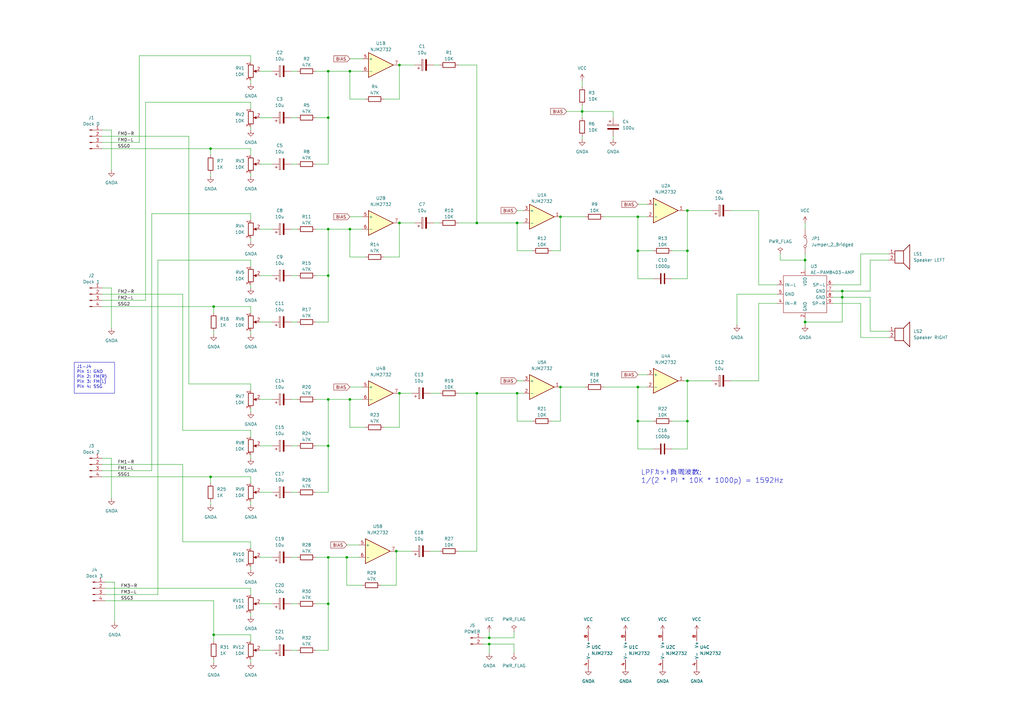
<source format=kicad_sch>
(kicad_sch (version 20231120) (generator "eeschema") (generator_version "8.0")
  (paper "A3")
  (title_block (title "12ch audio mixer and speaker amp") (date "2024-10-13") (rev "1.0"))
  (junction (at 143.51 163.83))
  (junction (at 345.44 119.38))
  (junction (at 87.63 260.35))
  (junction (at 281.94 156.21))
  (junction (at 281.94 172.72))
  (junction (at 86.36 195.58))
  (junction (at 261.62 102.87))
  (junction (at 212.09 91.44))
  (junction (at 87.63 125.73))
  (junction (at 163.83 26.67))
  (junction (at 195.58 161.29))
  (junction (at 200.66 261.62))
  (junction (at 142.24 228.6))
  (junction (at 345.44 121.92))
  (junction (at 134.62 93.98))
  (junction (at 281.94 86.36))
  (junction (at 261.62 172.72))
  (junction (at 163.83 161.29))
  (junction (at 134.62 228.6))
  (junction (at 330.2 106.68))
  (junction (at 200.66 264.16))
  (junction (at 261.62 88.9))
  (junction (at 143.51 93.98))
  (junction (at 134.62 29.21))
  (junction (at 162.56 226.06))
  (junction (at 238.76 45.72))
  (junction (at 281.94 102.87))
  (junction (at 229.87 88.9))
  (junction (at 134.62 48.26))
  (junction (at 134.62 247.65))
  (junction (at 134.62 182.88))
  (junction (at 330.2 132.08))
  (junction (at 163.83 91.44))
  (junction (at 261.62 158.75))
  (junction (at 143.51 29.21))
  (junction (at 212.09 161.29))
  (junction (at 86.36 60.96))
  (junction (at 229.87 158.75))
  (junction (at 195.58 91.44))
  (junction (at 134.62 163.83))
  (junction (at 134.62 113.03))
  (wire (pts (xy 238.76 43.18) (xy 238.76 45.72)))
  (wire (pts (xy 200.66 259.08) (xy 200.66 261.62)))
  (wire (pts (xy 102.87 106.68) (xy 102.87 109.22)))
  (wire (pts (xy 87.63 260.35) (xy 102.87 260.35)))
  (wire (pts (xy 41.91 195.58) (xy 86.36 195.58)))
  (wire (pts (xy 238.76 45.72) (xy 238.76 48.26)))
  (wire (pts (xy 59.69 41.91) (xy 59.69 123.19)))
  (wire (pts (xy 106.68 29.21) (xy 111.76 29.21)))
  (wire (pts (xy 119.38 228.6) (xy 121.92 228.6)))
  (wire (pts (xy 102.87 241.3) (xy 102.87 243.84)))
  (wire (pts (xy 102.87 222.25) (xy 102.87 224.79)))
  (wire (pts (xy 187.96 161.29) (xy 195.58 161.29)))
  (wire (pts (xy 87.63 125.73) (xy 102.87 125.73)))
  (wire (pts (xy 330.2 91.44) (xy 330.2 93.98)))
  (wire (pts (xy 106.68 163.83) (xy 111.76 163.83)))
  (wire (pts (xy 302.26 120.65) (xy 318.77 120.65)))
  (wire (pts (xy 62.23 193.04) (xy 62.23 87.63)))
  (wire (pts (xy 345.44 132.08) (xy 345.44 121.92)))
  (wire (pts (xy 87.63 270.51) (xy 87.63 271.78)))
  (wire (pts (xy 41.91 123.19) (xy 59.69 123.19)))
  (wire (pts (xy 102.87 137.16) (xy 102.87 135.89)))
  (wire (pts (xy 157.48 40.64) (xy 163.83 40.64)))
  (wire (pts (xy 176.53 161.29) (xy 180.34 161.29)))
  (wire (pts (xy 119.38 113.03) (xy 121.92 113.03)))
  (wire (pts (xy 341.63 119.38) (xy 345.44 119.38)))
  (wire (pts (xy 43.18 246.38) (xy 87.63 246.38)))
  (wire (pts (xy 267.97 114.3) (xy 261.62 114.3)))
  (wire (pts (xy 143.51 105.41) (xy 149.86 105.41)))
  (wire (pts (xy 311.15 86.36) (xy 311.15 116.84)))
  (wire (pts (xy 311.15 124.46) (xy 311.15 156.21)))
  (wire (pts (xy 281.94 184.15) (xy 275.59 184.15)))
  (wire (pts (xy 261.62 88.9) (xy 265.43 88.9)))
  (wire (pts (xy 102.87 99.06) (xy 102.87 97.79)))
  (wire (pts (xy 275.59 114.3) (xy 281.94 114.3)))
  (wire (pts (xy 134.62 132.08) (xy 134.62 113.03)))
  (wire (pts (xy 102.87 22.86) (xy 102.87 25.4)))
  (wire (pts (xy 142.24 240.03) (xy 148.59 240.03)))
  (wire (pts (xy 119.38 67.31) (xy 121.92 67.31)))
  (wire (pts (xy 102.87 271.78) (xy 102.87 270.51)))
  (wire (pts (xy 232.41 45.72) (xy 238.76 45.72)))
  (wire (pts (xy 311.15 116.84) (xy 318.77 116.84)))
  (wire (pts (xy 134.62 266.7) (xy 134.62 247.65)))
  (wire (pts (xy 41.91 193.04) (xy 62.23 193.04)))
  (wire (pts (xy 57.15 22.86) (xy 57.15 58.42)))
  (wire (pts (xy 195.58 26.67) (xy 195.58 91.44)))
  (wire (pts (xy 143.51 93.98) (xy 148.59 93.98)))
  (wire (pts (xy 87.63 125.73) (xy 87.63 128.27)))
  (wire (pts (xy 345.44 121.92) (xy 356.87 121.92)))
  (wire (pts (xy 261.62 102.87) (xy 261.62 114.3)))
  (wire (pts (xy 341.63 124.46) (xy 353.06 124.46)))
  (wire (pts (xy 212.09 86.36) (xy 214.63 86.36)))
  (wire (pts (xy 86.36 205.74) (xy 86.36 207.01)))
  (wire (pts (xy 86.36 60.96) (xy 86.36 63.5)))
  (wire (pts (xy 102.87 34.29) (xy 102.87 33.02)))
  (wire (pts (xy 102.87 157.48) (xy 102.87 160.02)))
  (wire (pts (xy 102.87 53.34) (xy 102.87 52.07)))
  (wire (pts (xy 341.63 121.92) (xy 345.44 121.92)))
  (wire (pts (xy 345.44 119.38) (xy 356.87 119.38)))
  (wire (pts (xy 212.09 161.29) (xy 195.58 161.29)))
  (wire (pts (xy 43.18 243.84) (xy 64.77 243.84)))
  (wire (pts (xy 43.18 238.76) (xy 46.99 238.76)))
  (wire (pts (xy 275.59 172.72) (xy 281.94 172.72)))
  (wire (pts (xy 226.06 172.72) (xy 229.87 172.72)))
  (wire (pts (xy 119.38 132.08) (xy 121.92 132.08)))
  (wire (pts (xy 212.09 172.72) (xy 212.09 161.29)))
  (wire (pts (xy 41.91 58.42) (xy 57.15 58.42)))
  (wire (pts (xy 41.91 60.96) (xy 86.36 60.96)))
  (wire (pts (xy 212.09 102.87) (xy 212.09 91.44)))
  (wire (pts (xy 143.51 29.21) (xy 148.59 29.21)))
  (wire (pts (xy 129.54 93.98) (xy 134.62 93.98)))
  (wire (pts (xy 330.2 132.08) (xy 330.2 130.81)))
  (wire (pts (xy 119.38 182.88) (xy 121.92 182.88)))
  (wire (pts (xy 86.36 195.58) (xy 102.87 195.58)))
  (wire (pts (xy 119.38 163.83) (xy 121.92 163.83)))
  (wire (pts (xy 210.82 264.16) (xy 210.82 267.97)))
  (wire (pts (xy 106.68 228.6) (xy 111.76 228.6)))
  (wire (pts (xy 87.63 135.89) (xy 87.63 137.16)))
  (wire (pts (xy 261.62 172.72) (xy 261.62 184.15)))
  (wire (pts (xy 102.87 168.91) (xy 102.87 167.64)))
  (wire (pts (xy 86.36 60.96) (xy 102.87 60.96)))
  (wire (pts (xy 106.68 132.08) (xy 111.76 132.08)))
  (wire (pts (xy 106.68 247.65) (xy 111.76 247.65)))
  (wire (pts (xy 353.06 124.46) (xy 353.06 138.43)))
  (wire (pts (xy 330.2 132.08) (xy 345.44 132.08)))
  (wire (pts (xy 119.38 247.65) (xy 121.92 247.65)))
  (wire (pts (xy 341.63 116.84) (xy 353.06 116.84)))
  (wire (pts (xy 353.06 104.14) (xy 353.06 116.84)))
  (wire (pts (xy 74.93 190.5) (xy 74.93 222.25)))
  (wire (pts (xy 134.62 163.83) (xy 134.62 182.88)))
  (wire (pts (xy 261.62 158.75) (xy 261.62 172.72)))
  (wire (pts (xy 129.54 113.03) (xy 134.62 113.03)))
  (wire (pts (xy 238.76 33.02) (xy 238.76 35.56)))
  (wire (pts (xy 267.97 184.15) (xy 261.62 184.15)))
  (wire (pts (xy 143.51 163.83) (xy 148.59 163.83)))
  (wire (pts (xy 102.87 233.68) (xy 102.87 232.41)))
  (wire (pts (xy 345.44 119.38) (xy 345.44 121.92)))
  (wire (pts (xy 163.83 40.64) (xy 163.83 26.67)))
  (wire (pts (xy 45.72 53.34) (xy 45.72 69.85)))
  (wire (pts (xy 134.62 228.6) (xy 134.62 247.65)))
  (wire (pts (xy 102.87 118.11) (xy 102.87 116.84)))
  (wire (pts (xy 330.2 106.68) (xy 330.2 110.49)))
  (wire (pts (xy 187.96 226.06) (xy 195.58 226.06)))
  (wire (pts (xy 251.46 55.88) (xy 251.46 57.15)))
  (wire (pts (xy 261.62 158.75) (xy 265.43 158.75)))
  (wire (pts (xy 106.68 201.93) (xy 111.76 201.93)))
  (wire (pts (xy 142.24 228.6) (xy 142.24 240.03)))
  (wire (pts (xy 102.87 195.58) (xy 102.87 198.12)))
  (wire (pts (xy 267.97 102.87) (xy 261.62 102.87)))
  (wire (pts (xy 281.94 156.21) (xy 281.94 172.72)))
  (wire (pts (xy 162.56 226.06) (xy 168.91 226.06)))
  (wire (pts (xy 87.63 260.35) (xy 87.63 262.89)))
  (wire (pts (xy 143.51 163.83) (xy 143.51 175.26)))
  (wire (pts (xy 356.87 135.89) (xy 364.49 135.89)))
  (wire (pts (xy 102.87 207.01) (xy 102.87 205.74)))
  (wire (pts (xy 129.54 247.65) (xy 134.62 247.65)))
  (wire (pts (xy 187.96 26.67) (xy 195.58 26.67)))
  (wire (pts (xy 251.46 45.72) (xy 251.46 48.26)))
  (wire (pts (xy 187.96 91.44) (xy 195.58 91.44)))
  (wire (pts (xy 129.54 182.88) (xy 134.62 182.88)))
  (wire (pts (xy 41.91 118.11) (xy 45.72 118.11)))
  (wire (pts (xy 87.63 246.38) (xy 87.63 260.35)))
  (wire (pts (xy 281.94 172.72) (xy 281.94 184.15)))
  (wire (pts (xy 106.68 182.88) (xy 111.76 182.88)))
  (wire (pts (xy 129.54 201.93) (xy 134.62 201.93)))
  (wire (pts (xy 156.21 240.03) (xy 162.56 240.03)))
  (wire (pts (xy 281.94 86.36) (xy 281.94 102.87)))
  (wire (pts (xy 102.87 72.39) (xy 102.87 71.12)))
  (wire (pts (xy 102.87 106.68) (xy 64.77 106.68)))
  (wire (pts (xy 261.62 88.9) (xy 261.62 102.87)))
  (wire (pts (xy 163.83 26.67) (xy 170.18 26.67)))
  (wire (pts (xy 320.04 104.14) (xy 320.04 106.68)))
  (wire (pts (xy 330.2 133.35) (xy 330.2 132.08)))
  (wire (pts (xy 134.62 48.26) (xy 134.62 67.31)))
  (wire (pts (xy 281.94 102.87) (xy 281.94 114.3)))
  (wire (pts (xy 86.36 71.12) (xy 86.36 72.39)))
  (wire (pts (xy 247.65 88.9) (xy 261.62 88.9)))
  (wire (pts (xy 157.48 105.41) (xy 163.83 105.41)))
  (wire (pts (xy 77.47 157.48) (xy 102.87 157.48)))
  (wire (pts (xy 102.87 260.35) (xy 102.87 262.89)))
  (wire (pts (xy 143.51 175.26) (xy 149.86 175.26)))
  (wire (pts (xy 74.93 222.25) (xy 102.87 222.25)))
  (wire (pts (xy 134.62 182.88) (xy 134.62 201.93)))
  (wire (pts (xy 247.65 158.75) (xy 261.62 158.75)))
  (wire (pts (xy 134.62 163.83) (xy 143.51 163.83)))
  (wire (pts (xy 195.58 91.44) (xy 212.09 91.44)))
  (wire (pts (xy 200.66 261.62) (xy 210.82 261.62)))
  (wire (pts (xy 119.38 29.21) (xy 121.92 29.21)))
  (wire (pts (xy 41.91 187.96) (xy 45.72 187.96)))
  (wire (pts (xy 41.91 120.65) (xy 74.93 120.65)))
  (wire (pts (xy 229.87 158.75) (xy 240.03 158.75)))
  (wire (pts (xy 134.62 228.6) (xy 142.24 228.6)))
  (wire (pts (xy 311.15 124.46) (xy 318.77 124.46)))
  (wire (pts (xy 330.2 104.14) (xy 330.2 106.68)))
  (wire (pts (xy 62.23 87.63) (xy 102.87 87.63)))
  (wire (pts (xy 102.87 176.53) (xy 102.87 179.07)))
  (wire (pts (xy 302.26 133.35) (xy 302.26 120.65)))
  (wire (pts (xy 74.93 120.65) (xy 74.93 176.53)))
  (wire (pts (xy 148.59 24.13) (xy 143.51 24.13)))
  (wire (pts (xy 119.38 201.93) (xy 121.92 201.93)))
  (wire (pts (xy 163.83 161.29) (xy 168.91 161.29)))
  (wire (pts (xy 45.72 187.96) (xy 45.72 204.47)))
  (wire (pts (xy 299.72 86.36) (xy 311.15 86.36)))
  (wire (pts (xy 74.93 176.53) (xy 102.87 176.53)))
  (wire (pts (xy 212.09 172.72) (xy 218.44 172.72)))
  (wire (pts (xy 41.91 190.5) (xy 74.93 190.5)))
  (wire (pts (xy 212.09 91.44) (xy 214.63 91.44)))
  (wire (pts (xy 143.51 40.64) (xy 149.86 40.64)))
  (wire (pts (xy 119.38 93.98) (xy 121.92 93.98)))
  (wire (pts (xy 356.87 106.68) (xy 356.87 119.38)))
  (wire (pts (xy 281.94 156.21) (xy 292.1 156.21)))
  (wire (pts (xy 162.56 226.06) (xy 162.56 240.03)))
  (wire (pts (xy 129.54 163.83) (xy 134.62 163.83)))
  (wire (pts (xy 41.91 125.73) (xy 87.63 125.73)))
  (wire (pts (xy 102.87 125.73) (xy 102.87 128.27)))
  (wire (pts (xy 200.66 264.16) (xy 198.12 264.16)))
  (wire (pts (xy 45.72 118.11) (xy 45.72 134.62)))
  (wire (pts (xy 46.99 238.76) (xy 46.99 255.27)))
  (wire (pts (xy 102.87 41.91) (xy 102.87 44.45)))
  (wire (pts (xy 143.51 158.75) (xy 148.59 158.75)))
  (wire (pts (xy 102.87 22.86) (xy 57.15 22.86)))
  (wire (pts (xy 134.62 29.21) (xy 143.51 29.21)))
  (wire (pts (xy 129.54 228.6) (xy 134.62 228.6)))
  (wire (pts (xy 119.38 48.26) (xy 121.92 48.26)))
  (wire (pts (xy 134.62 93.98) (xy 143.51 93.98)))
  (wire (pts (xy 106.68 48.26) (xy 111.76 48.26)))
  (wire (pts (xy 177.8 26.67) (xy 180.34 26.67)))
  (wire (pts (xy 142.24 223.52) (xy 147.32 223.52)))
  (wire (pts (xy 143.51 93.98) (xy 143.51 105.41)))
  (wire (pts (xy 129.54 132.08) (xy 134.62 132.08)))
  (wire (pts (xy 229.87 88.9) (xy 229.87 102.87)))
  (wire (pts (xy 142.24 228.6) (xy 147.32 228.6)))
  (wire (pts (xy 134.62 29.21) (xy 134.62 48.26)))
  (wire (pts (xy 129.54 67.31) (xy 134.62 67.31)))
  (wire (pts (xy 218.44 102.87) (xy 212.09 102.87)))
  (wire (pts (xy 143.51 29.21) (xy 143.51 40.64)))
  (wire (pts (xy 229.87 88.9) (xy 240.03 88.9)))
  (wire (pts (xy 43.18 241.3) (xy 102.87 241.3)))
  (wire (pts (xy 86.36 195.58) (xy 86.36 198.12)))
  (wire (pts (xy 200.66 267.97) (xy 200.66 264.16)))
  (wire (pts (xy 267.97 172.72) (xy 261.62 172.72)))
  (wire (pts (xy 119.38 266.7) (xy 121.92 266.7)))
  (wire (pts (xy 176.53 226.06) (xy 180.34 226.06)))
  (wire (pts (xy 163.83 105.41) (xy 163.83 91.44)))
  (wire (pts (xy 238.76 45.72) (xy 251.46 45.72)))
  (wire (pts (xy 320.04 106.68) (xy 330.2 106.68)))
  (wire (pts (xy 64.77 106.68) (xy 64.77 243.84)))
  (wire (pts (xy 226.06 102.87) (xy 229.87 102.87)))
  (wire (pts (xy 134.62 93.98) (xy 134.62 113.03)))
  (wire (pts (xy 281.94 156.21) (xy 280.67 156.21)))
  (wire (pts (xy 261.62 83.82) (xy 265.43 83.82)))
  (wire (pts (xy 102.87 60.96) (xy 102.87 63.5)))
  (wire (pts (xy 353.06 104.14) (xy 364.49 104.14)))
  (wire (pts (xy 106.68 93.98) (xy 111.76 93.98)))
  (wire (pts (xy 106.68 113.03) (xy 111.76 113.03)))
  (wire (pts (xy 212.09 156.21) (xy 214.63 156.21)))
  (wire (pts (xy 157.48 175.26) (xy 163.83 175.26)))
  (wire (pts (xy 77.47 55.88) (xy 77.47 157.48)))
  (wire (pts (xy 281.94 86.36) (xy 280.67 86.36)))
  (wire (pts (xy 129.54 29.21) (xy 134.62 29.21)))
  (wire (pts (xy 41.91 55.88) (xy 77.47 55.88)))
  (wire (pts (xy 129.54 48.26) (xy 134.62 48.26)))
  (wire (pts (xy 356.87 121.92) (xy 356.87 135.89)))
  (wire (pts (xy 364.49 106.68) (xy 356.87 106.68)))
  (wire (pts (xy 200.66 264.16) (xy 210.82 264.16)))
  (wire (pts (xy 163.83 161.29) (xy 163.83 175.26)))
  (wire (pts (xy 102.87 87.63) (xy 102.87 90.17)))
  (wire (pts (xy 102.87 187.96) (xy 102.87 186.69)))
  (wire (pts (xy 275.59 102.87) (xy 281.94 102.87)))
  (wire (pts (xy 177.8 91.44) (xy 180.34 91.44)))
  (wire (pts (xy 41.91 53.34) (xy 45.72 53.34)))
  (wire (pts (xy 195.58 161.29) (xy 195.58 226.06)))
  (wire (pts (xy 102.87 252.73) (xy 102.87 251.46)))
  (wire (pts (xy 129.54 266.7) (xy 134.62 266.7)))
  (wire (pts (xy 163.83 91.44) (xy 170.18 91.44)))
  (wire (pts (xy 212.09 161.29) (xy 214.63 161.29)))
  (wire (pts (xy 229.87 158.75) (xy 229.87 172.72)))
  (wire (pts (xy 299.72 156.21) (xy 311.15 156.21)))
  (wire (pts (xy 106.68 67.31) (xy 111.76 67.31)))
  (wire (pts (xy 261.62 153.67) (xy 265.43 153.67)))
  (wire (pts (xy 281.94 86.36) (xy 292.1 86.36)))
  (wire (pts (xy 200.66 261.62) (xy 198.12 261.62)))
  (wire (pts (xy 148.59 88.9) (xy 143.51 88.9)))
  (wire (pts (xy 106.68 266.7) (xy 111.76 266.7)))
  (wire (pts (xy 210.82 261.62) (xy 210.82 259.08)))
  (wire (pts (xy 353.06 138.43) (xy 364.49 138.43)))
  (wire (pts (xy 59.69 41.91) (xy 102.87 41.91)))
  (wire (pts (xy 238.76 55.88) (xy 238.76 57.15)))
  (text_box "J1-J4\nPin 1: GND\nPin 2: FM(R)\nPin 3: FM(L)\nPin 4: SSG" (at 30.48 148.59 0) (size 16.51 12.7) (effects (font (size 1.27 1.27)) (justify left top)))
  (text "LPFカット負周波数:\n1/(2 * PI * 10K * 1000p) = 1592Hz" (at 262.89 195.58 0) (effects (font (size 2.032 2.032)) (justify left)))
  (label "FM3-L" (at 49.53 243.84 0))
  (label "SSG2" (at 48.26 125.73 0))
  (label "FM1-R" (at 48.26 190.5 0))
  (label "SSG1" (at 48.26 195.58 0))
  (label "SSG0" (at 48.26 60.96 0))
  (label "FM0-L" (at 48.26 58.42 0))
  (label "FM2-R" (at 48.26 120.65 0))
  (label "FM3-R" (at 49.53 241.3 0))
  (label "FM0-R" (at 48.26 55.88 0))
  (label "SSG3" (at 49.53 246.38 0))
  (label "FM2-L" (at 48.26 123.19 0))
  (label "FM1-L" (at 48.26 193.04 0))
  (global_label "BIAS" (shape input) (at 143.51 88.9 180) (property "Intersheetrefs" "${INTERSHEET_REFS}" (effects (hide yes))))
  (global_label "BIAS" (shape input) (at 261.62 83.82 180) (property "Intersheetrefs" "${INTERSHEET_REFS}" (effects (hide yes))))
  (global_label "BIAS" (shape input) (at 143.51 24.13 180) (property "Intersheetrefs" "${INTERSHEET_REFS}" (effects (hide yes))))
  (global_label "BIAS" (shape input) (at 143.51 158.75 180) (property "Intersheetrefs" "${INTERSHEET_REFS}" (effects (hide yes))))
  (global_label "BIAS" (shape input) (at 142.24 223.52 180) (property "Intersheetrefs" "${INTERSHEET_REFS}" (effects (hide yes))))
  (global_label "BIAS" (shape input) (at 212.09 86.36 180) (property "Intersheetrefs" "${INTERSHEET_REFS}" (effects (hide yes))))
  (global_label "BIAS" (shape input) (at 212.09 156.21 180) (property "Intersheetrefs" "${INTERSHEET_REFS}" (effects (hide yes))))
  (global_label "BIAS" (shape input) (at 261.62 153.67 180) (property "Intersheetrefs" "${INTERSHEET_REFS}" (effects (hide yes))))
  (global_label "BIAS" (shape input) (at 232.41 45.72 180) (property "Intersheetrefs" "${INTERSHEET_REFS}" (effects (hide yes))))
  (symbol (lib_id "power:GNDA") (at 87.63 271.78 0) (unit 1)
    (property "Reference" "#PWR031" (effects (hide yes)))
    (property "Value" "GNDA" (at 87.63 276.86 0))
    (property "Description" "Power symbol creates a global label with name \"GNDA\" , analog ground" (effects (hide yes)))
  )
  (symbol (lib_id "46nori:AE-PAM8403-AMP") (at 330.2 120.65 0) (unit 1)
    (property "Reference" "U3" (at 332.3941 109.22 0) (effects (justify left)))
    (property "Value" "AE-PAM8403-AMP" (at 332.3941 111.76 0) (effects (justify left)))
    (property "Datasheet" "https://akizukidenshi.com/catalog/g/g115698/" (effects (hide yes)))
    (property "Description" "Stereo D Amplifier module kit" (effects (hide yes)))
  )
  (symbol (lib_id "Device:R") (at 153.67 175.26 90) (unit 1)
    (property "Reference" "R23" (at 153.67 170.18 90))
    (property "Value" "47K" (at 153.67 172.72 90))
    (property "Footprint" "Resistor_THT:R_Axial_DIN0204_L3.6mm_D1.6mm_P7.62mm_Horizontal" (effects (hide yes)))
  )
  (symbol (lib_id "Device:R_Potentiometer") (at 102.87 48.26 0) (unit 1)
    (property "Reference" "RV2" (at 100.33 46.99 0) (effects (justify right)))
    (property "Value" "10K" (at 100.33 49.53 0) (effects (justify right)))
    (property "Footprint" "Potentiometer_THT:Potentiometer_Bourns_3339P_Vertical" (effects (hide yes)))
  )
  (symbol (lib_id "Device:C_Polarized") (at 115.57 113.03 90) (unit 1)
    (property "Reference" "C9" (at 114.681 105.41 90))
    (property "Value" "10u" (at 114.681 107.95 90))
    (property "Footprint" "Capacitor_THT:CP_Radial_D5.0mm_P2.50mm" (effects (hide yes)))
    (property "Description" "Polarized capacitor" (effects (hide yes)))
  )
  (symbol (lib_id "Device:R") (at 184.15 26.67 90) (unit 1)
    (property "Reference" "R1" (at 184.15 21.59 90))
    (property "Value" "10K" (at 184.15 24.13 90))
    (property "Footprint" "Resistor_THT:R_Axial_DIN0204_L3.6mm_D1.6mm_P7.62mm_Horizontal" (effects (hide yes)))
  )
  (symbol (lib_id "Device:C_Polarized") (at 295.91 86.36 90) (unit 1)
    (property "Reference" "C6" (at 295.021 78.74 90))
    (property "Value" "10u" (at 295.021 81.28 90))
    (property "Footprint" "Capacitor_THT:CP_Radial_D5.0mm_P2.50mm" (effects (hide yes)))
    (property "Description" "Polarized capacitor" (effects (hide yes)))
  )
  (symbol (lib_id "Device:R") (at 222.25 172.72 90) (unit 1)
    (property "Reference" "R21" (at 222.25 167.64 90))
    (property "Value" "10K" (at 222.25 170.18 90))
    (property "Footprint" "Resistor_THT:R_Axial_DIN0204_L3.6mm_D1.6mm_P7.62mm_Horizontal" (effects (hide yes)))
  )
  (symbol (lib_id "Device:R") (at 271.78 102.87 90) (unit 1)
    (property "Reference" "R13" (at 271.78 97.79 90))
    (property "Value" "10K" (at 271.78 100.33 90))
    (property "Footprint" "Resistor_THT:R_Axial_DIN0204_L3.6mm_D1.6mm_P7.62mm_Horizontal" (effects (hide yes)))
  )
  (symbol (lib_id "Amplifier_Operational:NJM4580") (at 243.84 266.7 0) (unit 3)
    (property "Reference" "U5" (at 242.57 265.4299 0) (effects (justify left)))
    (property "Value" "NJM2732" (at 242.57 267.9699 0) (effects (justify left)))
    (property "Footprint" "Package_DIP:DIP-8_W7.62mm_LongPads" (effects (hide yes)))
    (property "Datasheet" "http://www.njr.com/semicon/PDF/NJM4580_E.pdf" (effects (hide yes)))
    (property "Description" "Dual Operational Amplifier, DIP-8/DMP-8/SIP-8/MSOP-8/SOP-8/SSOP-8" (effects (hide yes)))
  )
  (symbol (lib_id "power:GNDA") (at 271.78 274.32 0) (unit 1)
    (property "Reference" "#PWR035" (effects (hide yes)))
    (property "Value" "GNDA" (at 271.78 279.4 0))
    (property "Description" "Power symbol creates a global label with name \"GNDA\" , analog ground" (effects (hide yes)))
  )
  (symbol (lib_id "Device:R") (at 87.63 132.08 0) (unit 1)
    (property "Reference" "R16" (at 90.17 130.8099 0) (effects (justify left)))
    (property "Value" "1K" (at 90.17 133.3499 0) (effects (justify left)))
    (property "Description" "Resistor" (effects (hide yes)))
  )
  (symbol (lib_id "power:GNDA") (at 102.87 271.78 0) (unit 1)
    (property "Reference" "#PWR032" (effects (hide yes)))
    (property "Value" "GNDA" (at 102.87 276.86 0))
    (property "Description" "Power symbol creates a global label with name \"GNDA\" , analog ground" (effects (hide yes)))
  )
  (symbol (lib_id "Device:C_Polarized") (at 115.57 48.26 90) (unit 1)
    (property "Reference" "C3" (at 114.681 40.64 90))
    (property "Value" "10u" (at 114.681 43.18 90))
    (property "Footprint" "Capacitor_THT:CP_Radial_D5.0mm_P2.50mm" (effects (hide yes)))
    (property "Description" "Polarized capacitor" (effects (hide yes)))
  )
  (symbol (lib_id "power:GNDA") (at 102.87 72.39 0) (unit 1)
    (property "Reference" "#PWR08" (effects (hide yes)))
    (property "Value" "GNDA" (at 102.87 77.47 0))
    (property "Description" "Power symbol creates a global label with name \"GNDA\" , analog ground" (effects (hide yes)))
  )
  (symbol (lib_id "Device:R_Potentiometer") (at 102.87 163.83 0) (unit 1)
    (property "Reference" "RV7" (at 100.33 162.56 0) (effects (justify right)))
    (property "Value" "10K" (at 100.33 165.1 0) (effects (justify right)))
    (property "Footprint" "Potentiometer_THT:Potentiometer_Bourns_3339P_Vertical" (effects (hide yes)))
  )
  (symbol (lib_id "power:PWR_FLAG") (at 210.82 259.08 0) (unit 1)
    (property "Reference" "#FLG02" (effects (hide yes)))
    (property "Value" "PWR_FLAG" (at 210.82 254 0))
    (property "Description" "Special symbol for telling ERC where power comes from" (effects (hide yes)))
  )
  (symbol (lib_id "Device:C_Polarized") (at 115.57 67.31 90) (unit 1)
    (property "Reference" "C5" (at 114.681 59.69 90))
    (property "Value" "10u" (at 114.681 62.23 90))
    (property "Footprint" "Capacitor_THT:CP_Radial_D5.0mm_P2.50mm" (effects (hide yes)))
    (property "Description" "Polarized capacitor" (effects (hide yes)))
  )
  (symbol (lib_id "Device:R") (at 87.63 266.7 0) (unit 1)
    (property "Reference" "R31" (at 90.17 265.4299 0) (effects (justify left)))
    (property "Value" "1K" (at 90.17 267.9699 0) (effects (justify left)))
    (property "Description" "Resistor" (effects (hide yes)))
  )
  (symbol (lib_id "Device:R") (at 184.15 91.44 90) (unit 1)
    (property "Reference" "R10" (at 184.15 86.36 90))
    (property "Value" "10K" (at 184.15 88.9 90))
    (property "Footprint" "Resistor_THT:R_Axial_DIN0204_L3.6mm_D1.6mm_P7.62mm_Horizontal" (effects (hide yes)))
  )
  (symbol (lib_id "Amplifier_Operational:NJM4580") (at 156.21 26.67 0) (unit 2)
    (property "Reference" "U1" (at 156.21 17.78 0))
    (property "Value" "NJM2732" (at 156.21 20.32 0))
    (property "Footprint" "Package_DIP:DIP-8_W7.62mm_LongPads" (effects (hide yes)))
    (property "Datasheet" "http://www.njr.com/semicon/PDF/NJM4580_E.pdf" (effects (hide yes)))
    (property "Description" "Dual Operational Amplifier, DIP-8/DMP-8/SIP-8/MSOP-8/SOP-8/SSOP-8" (effects (hide yes)))
  )
  (symbol (lib_id "Device:R") (at 125.73 247.65 90) (unit 1)
    (property "Reference" "R30" (at 125.73 242.57 90))
    (property "Value" "47K" (at 125.73 245.11 90))
    (property "Footprint" "Resistor_THT:R_Axial_DIN0204_L3.6mm_D1.6mm_P7.62mm_Horizontal" (effects (hide yes)))
  )
  (symbol (lib_id "power:GNDA") (at 87.63 137.16 0) (unit 1)
    (property "Reference" "#PWR015" (effects (hide yes)))
    (property "Value" "GNDA" (at 87.63 142.24 0))
    (property "Description" "Power symbol creates a global label with name \"GNDA\" , analog ground" (effects (hide yes)))
  )
  (symbol (lib_id "Device:R") (at 238.76 52.07 0) (unit 1)
    (property "Reference" "R6" (at 241.3 50.7999 0) (effects (justify left)))
    (property "Value" "10K" (at 241.3 53.3399 0) (effects (justify left)))
    (property "Description" "Resistor" (effects (hide yes)))
  )
  (symbol (lib_id "Device:Speaker") (at 369.57 135.89 0) (unit 1)
    (property "Reference" "LS2" (at 374.65 135.8899 0) (effects (justify left)))
    (property "Value" "Speaker RIGHT" (at 374.65 138.4299 0) (effects (justify left)))
    (property "Description" "Speaker" (effects (hide yes)))
  )
  (symbol (lib_id "Device:C") (at 271.78 184.15 90) (unit 1)
    (property "Reference" "C16" (at 271.78 176.53 90))
    (property "Value" "1000p" (at 271.78 179.07 90))
    (property "Footprint" "Capacitor_THT:C_Axial_L3.8mm_D2.6mm_P7.50mm_Horizontal" (effects (hide yes)))
  )
  (symbol (lib_id "Device:R") (at 153.67 105.41 90) (unit 1)
    (property "Reference" "R14" (at 153.67 100.33 90))
    (property "Value" "47K" (at 153.67 102.87 90))
    (property "Footprint" "Resistor_THT:R_Axial_DIN0204_L3.6mm_D1.6mm_P7.62mm_Horizontal" (effects (hide yes)))
  )
  (symbol (lib_id "Amplifier_Operational:NJM4580") (at 156.21 91.44 0) (unit 2)
    (property "Reference" "U2" (at 156.21 81.28 0))
    (property "Value" "NJM2732" (at 156.21 83.82 0))
    (property "Footprint" "Package_DIP:DIP-8_W7.62mm_LongPads" (effects (hide yes)))
    (property "Datasheet" "http://www.njr.com/semicon/PDF/NJM4580_E.pdf" (effects (hide yes)))
    (property "Description" "Dual Operational Amplifier, DIP-8/DMP-8/SIP-8/MSOP-8/SOP-8/SSOP-8" (effects (hide yes)))
  )
  (symbol (lib_id "Device:R") (at 238.76 39.37 0) (unit 1)
    (property "Reference" "R3" (at 241.3 38.0999 0) (effects (justify left)))
    (property "Value" "10K" (at 241.3 40.6399 0) (effects (justify left)))
    (property "Description" "Resistor" (effects (hide yes)))
  )
  (symbol (lib_id "power:PWR_FLAG") (at 210.82 267.97 0) (mirror x) (unit 1)
    (property "Reference" "#FLG03" (effects (hide yes)))
    (property "Value" "PWR_FLAG" (at 210.82 273.05 0))
    (property "Description" "Special symbol for telling ERC where power comes from" (effects (hide yes)))
  )
  (symbol (lib_id "Device:R_Potentiometer") (at 102.87 113.03 0) (unit 1)
    (property "Reference" "RV5" (at 100.33 111.76 0) (effects (justify right)))
    (property "Value" "10K" (at 100.33 114.3 0) (effects (justify right)))
    (property "Footprint" "Potentiometer_THT:Potentiometer_Bourns_3339P_Vertical" (effects (hide yes)))
  )
  (symbol (lib_id "Amplifier_Operational:NJM4580") (at 273.05 156.21 0) (unit 1)
    (property "Reference" "U4" (at 273.05 146.05 0))
    (property "Value" "NJM2732" (at 273.05 148.59 0))
    (property "Footprint" "Package_DIP:DIP-8_W7.62mm_LongPads" (effects (hide yes)))
    (property "Datasheet" "http://www.njr.com/semicon/PDF/NJM4580_E.pdf" (effects (hide yes)))
    (property "Description" "Dual Operational Amplifier, DIP-8/DMP-8/SIP-8/MSOP-8/SOP-8/SSOP-8" (effects (hide yes)))
  )
  (symbol (lib_id "Amplifier_Operational:NJM4580") (at 154.94 226.06 0) (unit 2)
    (property "Reference" "U5" (at 154.94 215.9 0))
    (property "Value" "NJM2732" (at 154.94 218.44 0))
    (property "Footprint" "Package_DIP:DIP-8_W7.62mm_LongPads" (effects (hide yes)))
    (property "Datasheet" "http://www.njr.com/semicon/PDF/NJM4580_E.pdf" (effects (hide yes)))
    (property "Description" "Dual Operational Amplifier, DIP-8/DMP-8/SIP-8/MSOP-8/SOP-8/SSOP-8" (effects (hide yes)))
  )
  (symbol (lib_id "Device:R") (at 125.73 113.03 90) (unit 1)
    (property "Reference" "R15" (at 125.73 107.95 90))
    (property "Value" "47K" (at 125.73 110.49 90))
    (property "Footprint" "Resistor_THT:R_Axial_DIN0204_L3.6mm_D1.6mm_P7.62mm_Horizontal" (effects (hide yes)))
  )
  (symbol (lib_id "power:GNDA") (at 330.2 133.35 0) (unit 1)
    (property "Reference" "#PWR014" (effects (hide yes)))
    (property "Value" "GNDA" (at 330.2 138.43 0))
    (property "Description" "Power symbol creates a global label with name \"GNDA\" , analog ground" (effects (hide yes)))
  )
  (symbol (lib_id "power:GNDA") (at 102.87 168.91 0) (unit 1)
    (property "Reference" "#PWR017" (effects (hide yes)))
    (property "Value" "GNDA" (at 102.87 173.99 0))
    (property "Description" "Power symbol creates a global label with name \"GNDA\" , analog ground" (effects (hide yes)))
  )
  (symbol (lib_id "Amplifier_Operational:NJM4580") (at 288.29 266.7 0) (unit 3)
    (property "Reference" "U4" (at 287.02 265.4299 0) (effects (justify left)))
    (property "Value" "NJM2732" (at 287.02 267.9699 0) (effects (justify left)))
    (property "Footprint" "Package_DIP:DIP-8_W7.62mm_LongPads" (effects (hide yes)))
    (property "Datasheet" "http://www.njr.com/semicon/PDF/NJM4580_E.pdf" (effects (hide yes)))
    (property "Description" "Dual Operational Amplifier, DIP-8/DMP-8/SIP-8/MSOP-8/SOP-8/SSOP-8" (effects (hide yes)))
  )
  (symbol (lib_id "power:GNDA") (at 102.87 99.06 0) (unit 1)
    (property "Reference" "#PWR010" (effects (hide yes)))
    (property "Value" "GNDA" (at 102.87 104.14 0))
    (property "Description" "Power symbol creates a global label with name \"GNDA\" , analog ground" (effects (hide yes)))
  )
  (symbol (lib_id "Device:R") (at 125.73 182.88 90) (unit 1)
    (property "Reference" "R24" (at 125.73 177.8 90))
    (property "Value" "47K" (at 125.73 180.34 90))
    (property "Footprint" "Resistor_THT:R_Axial_DIN0204_L3.6mm_D1.6mm_P7.62mm_Horizontal" (effects (hide yes)))
  )
  (symbol (lib_id "Device:R") (at 125.73 132.08 90) (unit 1)
    (property "Reference" "R17" (at 125.73 127 90))
    (property "Value" "47K" (at 125.73 129.54 90))
    (property "Footprint" "Resistor_THT:R_Axial_DIN0204_L3.6mm_D1.6mm_P7.62mm_Horizontal" (effects (hide yes)))
  )
  (symbol (lib_id "Amplifier_Operational:NJM4580") (at 222.25 158.75 0) (unit 1)
    (property "Reference" "U5" (at 222.25 148.59 0))
    (property "Value" "NJM2732" (at 222.25 151.13 0))
    (property "Footprint" "Package_DIP:DIP-8_W7.62mm_LongPads" (effects (hide yes)))
    (property "Datasheet" "http://www.njr.com/semicon/PDF/NJM4580_E.pdf" (effects (hide yes)))
    (property "Description" "Dual Operational Amplifier, DIP-8/DMP-8/SIP-8/MSOP-8/SOP-8/SSOP-8" (effects (hide yes)))
  )
  (symbol (lib_id "power:VCC") (at 271.78 259.08 0) (mirror y) (unit 1)
    (property "Reference" "#PWR028" (effects (hide yes)))
    (property "Value" "VCC" (at 271.78 254 0))
    (property "Description" "Power symbol creates a global label with name \"VCC\"" (effects (hide yes)))
  )
  (symbol (lib_id "Device:R") (at 271.78 172.72 90) (unit 1)
    (property "Reference" "R22" (at 271.78 167.64 90))
    (property "Value" "10K" (at 271.78 170.18 90))
    (property "Footprint" "Resistor_THT:R_Axial_DIN0204_L3.6mm_D1.6mm_P7.62mm_Horizontal" (effects (hide yes)))
  )
  (symbol (lib_id "Device:R_Potentiometer") (at 102.87 228.6 0) (unit 1)
    (property "Reference" "RV10" (at 100.33 227.33 0) (effects (justify right)))
    (property "Value" "10K" (at 100.33 229.87 0) (effects (justify right)))
    (property "Footprint" "Potentiometer_THT:Potentiometer_Bourns_3339P_Vertical" (effects (hide yes)))
  )
  (symbol (lib_id "Device:R") (at 243.84 158.75 90) (unit 1)
    (property "Reference" "R18" (at 243.84 153.67 90))
    (property "Value" "10K" (at 243.84 156.21 90))
    (property "Footprint" "Resistor_THT:R_Axial_DIN0204_L3.6mm_D1.6mm_P7.62mm_Horizontal" (effects (hide yes)))
  )
  (symbol (lib_id "power:GNDA") (at 102.87 137.16 0) (unit 1)
    (property "Reference" "#PWR016" (effects (hide yes)))
    (property "Value" "GNDA" (at 102.87 142.24 0))
    (property "Description" "Power symbol creates a global label with name \"GNDA\" , analog ground" (effects (hide yes)))
  )
  (symbol (lib_id "Device:R") (at 184.15 226.06 90) (unit 1)
    (property "Reference" "R27" (at 184.15 220.98 90))
    (property "Value" "10K" (at 184.15 223.52 90))
    (property "Footprint" "Resistor_THT:R_Axial_DIN0204_L3.6mm_D1.6mm_P7.62mm_Horizontal" (effects (hide yes)))
  )
  (symbol (lib_id "Device:R") (at 152.4 240.03 90) (unit 1)
    (property "Reference" "R29" (at 152.4 234.95 90))
    (property "Value" "47K" (at 152.4 237.49 90))
    (property "Footprint" "Resistor_THT:R_Axial_DIN0204_L3.6mm_D1.6mm_P7.62mm_Horizontal" (effects (hide yes)))
  )
  (symbol (lib_id "Device:R") (at 184.15 161.29 90) (unit 1)
    (property "Reference" "R19" (at 184.15 156.21 90))
    (property "Value" "10K" (at 184.15 158.75 90))
    (property "Footprint" "Resistor_THT:R_Axial_DIN0204_L3.6mm_D1.6mm_P7.62mm_Horizontal" (effects (hide yes)))
  )
  (symbol (lib_id "power:GNDA") (at 302.26 133.35 0) (unit 1)
    (property "Reference" "#PWR013" (effects (hide yes)))
    (property "Value" "GNDA" (at 302.26 138.43 0))
    (property "Description" "Power symbol creates a global label with name \"GNDA\" , analog ground" (effects (hide yes)))
  )
  (symbol (lib_id "power:VCC") (at 238.76 33.02 0) (mirror y) (unit 1)
    (property "Reference" "#PWR01" (effects (hide yes)))
    (property "Value" "VCC" (at 238.76 27.94 0))
    (property "Description" "Power symbol creates a global label with name \"VCC\"" (effects (hide yes)))
  )
  (symbol (lib_id "Connector:Conn_01x04_Pin") (at 36.83 120.65 0) (unit 1)
    (property "Reference" "J2" (at 37.465 113.03 0))
    (property "Value" "Dock 1" (at 37.465 115.57 0))
    (property "Footprint" "Connector_JST:JST_PH_B4B-PH-K_1x04_P2.00mm_Vertical" (effects (hide yes)))
    (property "Description" "Generic connector, single row, 01x04, script generated" (effects (hide yes)))
  )
  (symbol (lib_id "Device:C_Polarized") (at 115.57 29.21 90) (unit 1)
    (property "Reference" "C2" (at 114.681 21.59 90))
    (property "Value" "10u" (at 114.681 24.13 90))
    (property "Footprint" "Capacitor_THT:CP_Radial_D5.0mm_P2.50mm" (effects (hide yes)))
    (property "Description" "Polarized capacitor" (effects (hide yes)))
  )
  (symbol (lib_id "power:PWR_FLAG") (at 320.04 104.14 0) (unit 1)
    (property "Reference" "#FLG01" (effects (hide yes)))
    (property "Value" "PWR_FLAG" (at 320.04 99.06 0))
    (property "Description" "Special symbol for telling ERC where power comes from" (effects (hide yes)))
  )
  (symbol (lib_id "power:VCC") (at 285.75 259.08 0) (mirror y) (unit 1)
    (property "Reference" "#PWR029" (effects (hide yes)))
    (property "Value" "VCC" (at 285.75 254 0))
    (property "Description" "Power symbol creates a global label with name \"VCC\"" (effects (hide yes)))
  )
  (symbol (lib_id "Device:R") (at 125.73 29.21 90) (unit 1)
    (property "Reference" "R2" (at 125.73 24.13 90))
    (property "Value" "47K" (at 125.73 26.67 90))
    (property "Footprint" "Resistor_THT:R_Axial_DIN0204_L3.6mm_D1.6mm_P7.62mm_Horizontal" (effects (hide yes)))
  )
  (symbol (lib_id "power:GNDA") (at 102.87 233.68 0) (unit 1)
    (property "Reference" "#PWR022" (effects (hide yes)))
    (property "Value" "GNDA" (at 102.87 238.76 0))
    (property "Description" "Power symbol creates a global label with name \"GNDA\" , analog ground" (effects (hide yes)))
  )
  (symbol (lib_id "power:GNDA") (at 238.76 57.15 0) (unit 1)
    (property "Reference" "#PWR05" (effects (hide yes)))
    (property "Value" "GNDA" (at 238.76 62.23 0))
    (property "Description" "Power symbol creates a global label with name \"GNDA\" , analog ground" (effects (hide yes)))
  )
  (symbol (lib_id "power:GNDA") (at 102.87 34.29 0) (unit 1)
    (property "Reference" "#PWR02" (effects (hide yes)))
    (property "Value" "GNDA" (at 102.87 39.37 0))
    (property "Description" "Power symbol creates a global label with name \"GNDA\" , analog ground" (effects (hide yes)))
  )
  (symbol (lib_id "Device:R_Potentiometer") (at 102.87 67.31 0) (unit 1)
    (property "Reference" "RV3" (at 100.33 66.04 0) (effects (justify right)))
    (property "Value" "10K" (at 100.33 68.58 0) (effects (justify right)))
    (property "Footprint" "Potentiometer_THT:Potentiometer_Bourns_3339P_Vertical" (effects (hide yes)))
  )
  (symbol (lib_id "Amplifier_Operational:NJM4580") (at 274.32 266.7 0) (unit 3)
    (property "Reference" "U2" (at 273.05 265.4299 0) (effects (justify left)))
    (property "Value" "NJM2732" (at 273.05 267.9699 0) (effects (justify left)))
    (property "Footprint" "Package_DIP:DIP-8_W7.62mm_LongPads" (effects (hide yes)))
    (property "Datasheet" "http://www.njr.com/semicon/PDF/NJM4580_E.pdf" (effects (hide yes)))
    (property "Description" "Dual Operational Amplifier, DIP-8/DMP-8/SIP-8/MSOP-8/SOP-8/SSOP-8" (effects (hide yes)))
  )
  (symbol (lib_id "Device:R_Potentiometer") (at 102.87 201.93 0) (unit 1)
    (property "Reference" "RV9" (at 100.33 200.66 0) (effects (justify right)))
    (property "Value" "10K" (at 100.33 203.2 0) (effects (justify right)))
    (property "Footprint" "Potentiometer_THT:Potentiometer_Bourns_3339P_Vertical" (effects (hide yes)))
  )
  (symbol (lib_id "power:GNDA") (at 102.87 118.11 0) (unit 1)
    (property "Reference" "#PWR012" (effects (hide yes)))
    (property "Value" "GNDA" (at 102.87 123.19 0))
    (property "Description" "Power symbol creates a global label with name \"GNDA\" , analog ground" (effects (hide yes)))
  )
  (symbol (lib_id "Device:R") (at 125.73 201.93 90) (unit 1)
    (property "Reference" "R26" (at 125.73 196.85 90))
    (property "Value" "47K" (at 125.73 199.39 90))
    (property "Footprint" "Resistor_THT:R_Axial_DIN0204_L3.6mm_D1.6mm_P7.62mm_Horizontal" (effects (hide yes)))
  )
  (symbol (lib_id "Device:C_Polarized") (at 115.57 247.65 90) (unit 1)
    (property "Reference" "C20" (at 114.681 240.03 90))
    (property "Value" "10u" (at 114.681 242.57 90))
    (property "Footprint" "Capacitor_THT:CP_Radial_D5.0mm_P2.50mm" (effects (hide yes)))
    (property "Description" "Polarized capacitor" (effects (hide yes)))
  )
  (symbol (lib_id "Device:C_Polarized") (at 115.57 228.6 90) (unit 1)
    (property "Reference" "C19" (at 114.681 220.98 90))
    (property "Value" "10u" (at 114.681 223.52 90))
    (property "Footprint" "Capacitor_THT:CP_Radial_D5.0mm_P2.50mm" (effects (hide yes)))
    (property "Description" "Polarized capacitor" (effects (hide yes)))
  )
  (symbol (lib_id "Device:R") (at 125.73 163.83 90) (unit 1)
    (property "Reference" "R20" (at 125.73 158.75 90))
    (property "Value" "47K" (at 125.73 161.29 90))
    (property "Footprint" "Resistor_THT:R_Axial_DIN0204_L3.6mm_D1.6mm_P7.62mm_Horizontal" (effects (hide yes)))
  )
  (symbol (lib_id "power:VCC") (at 256.54 259.08 0) (mirror y) (unit 1)
    (property "Reference" "#PWR027" (effects (hide yes)))
    (property "Value" "VCC" (at 256.54 254 0))
    (property "Description" "Power symbol creates a global label with name \"VCC\"" (effects (hide yes)))
  )
  (symbol (lib_id "Device:R") (at 125.73 67.31 90) (unit 1)
    (property "Reference" "R8" (at 125.73 62.23 90))
    (property "Value" "47K" (at 125.73 64.77 90))
    (property "Footprint" "Resistor_THT:R_Axial_DIN0204_L3.6mm_D1.6mm_P7.62mm_Horizontal" (effects (hide yes)))
  )
  (symbol (lib_id "Device:C_Polarized") (at 251.46 52.07 0) (unit 1)
    (property "Reference" "C4" (at 255.27 49.9109 0) (effects (justify left)))
    (property "Value" "100u" (at 255.27 52.4509 0) (effects (justify left)))
    (property "Footprint" "Capacitor_THT:CP_Radial_D8.0mm_P5.00mm" (effects (hide yes)))
    (property "Description" "Polarized capacitor" (effects (hide yes)))
  )
  (symbol (lib_id "Device:R_Potentiometer") (at 102.87 93.98 0) (unit 1)
    (property "Reference" "RV4" (at 100.33 92.71 0) (effects (justify right)))
    (property "Value" "10K" (at 100.33 95.25 0) (effects (justify right)))
    (property "Footprint" "Potentiometer_THT:Potentiometer_Bourns_3339P_Vertical" (effects (hide yes)))
  )
  (symbol (lib_id "Device:R") (at 125.73 93.98 90) (unit 1)
    (property "Reference" "R11" (at 125.73 88.9 90))
    (property "Value" "47K" (at 125.73 91.44 90))
    (property "Footprint" "Resistor_THT:R_Axial_DIN0204_L3.6mm_D1.6mm_P7.62mm_Horizontal" (effects (hide yes)))
  )
  (symbol (lib_id "power:GNDA") (at 45.72 204.47 0) (unit 1)
    (property "Reference" "#PWR011" (effects (hide yes)))
    (property "Value" "GNDA" (at 45.72 209.55 0))
    (property "Description" "Power symbol creates a global label with name \"GNDA\" , analog ground" (effects (hide yes)))
  )
  (symbol (lib_id "Device:C_Polarized") (at 115.57 163.83 90) (unit 1)
    (property "Reference" "C14" (at 114.681 156.21 90))
    (property "Value" "10u" (at 114.681 158.75 90))
    (property "Footprint" "Capacitor_THT:CP_Radial_D5.0mm_P2.50mm" (effects (hide yes)))
    (property "Description" "Polarized capacitor" (effects (hide yes)))
  )
  (symbol (lib_id "Device:C_Polarized") (at 173.99 91.44 90) (unit 1)
    (property "Reference" "C7" (at 173.101 83.82 90))
    (property "Value" "10u" (at 173.101 86.36 90))
    (property "Footprint" "Capacitor_THT:CP_Radial_D5.0mm_P2.50mm" (effects (hide yes)))
    (property "Description" "Polarized capacitor" (effects (hide yes)))
  )
  (symbol (lib_id "Device:C_Polarized") (at 115.57 201.93 90) (unit 1)
    (property "Reference" "C17" (at 114.681 194.31 90))
    (property "Value" "10u" (at 114.681 196.85 90))
    (property "Footprint" "Capacitor_THT:CP_Radial_D5.0mm_P2.50mm" (effects (hide yes)))
    (property "Description" "Polarized capacitor" (effects (hide yes)))
  )
  (symbol (lib_id "Amplifier_Operational:NJM4580") (at 156.21 161.29 0) (unit 2)
    (property "Reference" "U4" (at 156.21 151.13 0))
    (property "Value" "NJM2732" (at 156.21 153.67 0))
    (property "Footprint" "Package_DIP:DIP-8_W7.62mm_LongPads" (effects (hide yes)))
    (property "Datasheet" "http://www.njr.com/semicon/PDF/NJM4580_E.pdf" (effects (hide yes)))
    (property "Description" "Dual Operational Amplifier, DIP-8/DMP-8/SIP-8/MSOP-8/SOP-8/SSOP-8" (effects (hide yes)))
  )
  (symbol (lib_id "power:GNDA") (at 45.72 69.85 0) (unit 1)
    (property "Reference" "#PWR03" (effects (hide yes)))
    (property "Value" "GNDA" (at 45.72 74.93 0))
    (property "Description" "Power symbol creates a global label with name \"GNDA\" , analog ground" (effects (hide yes)))
  )
  (symbol (lib_id "power:VCC") (at 330.2 91.44 0) (mirror y) (unit 1)
    (property "Reference" "#PWR09" (effects (hide yes)))
    (property "Value" "VCC" (at 330.2 86.36 0))
    (property "Description" "Power symbol creates a global label with name \"VCC\"" (effects (hide yes)))
  )
  (symbol (lib_id "Device:R_Potentiometer") (at 102.87 29.21 0) (unit 1)
    (property "Reference" "RV1" (at 100.33 27.94 0) (effects (justify right)))
    (property "Value" "10K" (at 100.33 30.48 0) (effects (justify right)))
    (property "Footprint" "Potentiometer_THT:Potentiometer_Bourns_3339P_Vertical" (effects (hide yes)))
  )
  (symbol (lib_id "Device:R") (at 243.84 88.9 90) (unit 1)
    (property "Reference" "R9" (at 243.84 83.82 90))
    (property "Value" "10K" (at 243.84 86.36 90))
    (property "Footprint" "Resistor_THT:R_Axial_DIN0204_L3.6mm_D1.6mm_P7.62mm_Horizontal" (effects (hide yes)))
  )
  (symbol (lib_id "power:GNDA") (at 200.66 267.97 0) (mirror y) (unit 1)
    (property "Reference" "#PWR030" (effects (hide yes)))
    (property "Value" "GNDA" (at 200.66 273.05 0))
    (property "Description" "Power symbol creates a global label with name \"GNDA\" , analog ground" (effects (hide yes)))
  )
  (symbol (lib_id "power:VCC") (at 200.66 259.08 0) (mirror y) (unit 1)
    (property "Reference" "#PWR025" (effects (hide yes)))
    (property "Value" "VCC" (at 200.66 254 0))
    (property "Description" "Power symbol creates a global label with name \"VCC\"" (effects (hide yes)))
  )
  (symbol (lib_id "power:GNDA") (at 102.87 207.01 0) (unit 1)
    (property "Reference" "#PWR021" (effects (hide yes)))
    (property "Value" "GNDA" (at 102.87 212.09 0))
    (property "Description" "Power symbol creates a global label with name \"GNDA\" , analog ground" (effects (hide yes)))
  )
  (symbol (lib_id "Device:R_Potentiometer") (at 102.87 266.7 0) (unit 1)
    (property "Reference" "RV12" (at 100.33 265.43 0) (effects (justify right)))
    (property "Value" "10K" (at 100.33 267.97 0) (effects (justify right)))
    (property "Footprint" "Potentiometer_THT:Potentiometer_Bourns_3339P_Vertical" (effects (hide yes)))
  )
  (symbol (lib_id "Device:C_Polarized") (at 173.99 26.67 90) (unit 1)
    (property "Reference" "C1" (at 173.101 19.05 90))
    (property "Value" "10u" (at 173.101 21.59 90))
    (property "Footprint" "Capacitor_THT:CP_Radial_D5.0mm_P2.50mm" (effects (hide yes)))
    (property "Description" "Polarized capacitor" (effects (hide yes)))
  )
  (symbol (lib_id "power:GNDA") (at 45.72 134.62 0) (unit 1)
    (property "Reference" "#PWR018" (effects (hide yes)))
    (property "Value" "GNDA" (at 45.72 139.7 0))
    (property "Description" "Power symbol creates a global label with name \"GNDA\" , analog ground" (effects (hide yes)))
  )
  (symbol (lib_id "Device:R") (at 153.67 40.64 90) (unit 1)
    (property "Reference" "R4" (at 153.67 35.56 90))
    (property "Value" "47K" (at 153.67 38.1 90))
    (property "Footprint" "Resistor_THT:R_Axial_DIN0204_L3.6mm_D1.6mm_P7.62mm_Horizontal" (effects (hide yes)))
  )
  (symbol (lib_id "power:VCC") (at 241.3 259.08 0) (mirror y) (unit 1)
    (property "Reference" "#PWR026" (effects (hide yes)))
    (property "Value" "VCC" (at 241.3 254 0))
    (property "Description" "Power symbol creates a global label with name \"VCC\"" (effects (hide yes)))
  )
  (symbol (lib_id "Device:R") (at 86.36 201.93 0) (unit 1)
    (property "Reference" "R25" (at 88.9 200.6599 0) (effects (justify left)))
    (property "Value" "1K" (at 88.9 203.1999 0) (effects (justify left)))
    (property "Description" "Resistor" (effects (hide yes)))
  )
  (symbol (lib_id "Device:C") (at 271.78 114.3 90) (unit 1)
    (property "Reference" "C10" (at 271.78 106.68 90))
    (property "Value" "1000p" (at 271.78 109.22 90))
    (property "Footprint" "Capacitor_THT:C_Axial_L3.8mm_D2.6mm_P7.50mm_Horizontal" (effects (hide yes)))
  )
  (symbol (lib_id "power:GNDA") (at 46.99 255.27 0) (unit 1)
    (property "Reference" "#PWR023" (effects (hide yes)))
    (property "Value" "GNDA" (at 46.99 260.35 0))
    (property "Description" "Power symbol creates a global label with name \"GNDA\" , analog ground" (effects (hide yes)))
  )
  (symbol (lib_id "Connector:Conn_01x04_Pin") (at 36.83 190.5 0) (unit 1)
    (property "Reference" "J3" (at 37.465 182.88 0))
    (property "Value" "Dock 2" (at 37.465 185.42 0))
    (property "Footprint" "Connector_JST:JST_PH_B4B-PH-K_1x04_P2.00mm_Vertical" (effects (hide yes)))
    (property "Description" "Generic connector, single row, 01x04, script generated" (effects (hide yes)))
  )
  (symbol (lib_id "Device:C_Polarized") (at 115.57 182.88 90) (unit 1)
    (property "Reference" "C15" (at 114.681 175.26 90))
    (property "Value" "10u" (at 114.681 177.8 90))
    (property "Footprint" "Capacitor_THT:CP_Radial_D5.0mm_P2.50mm" (effects (hide yes)))
    (property "Description" "Polarized capacitor" (effects (hide yes)))
  )
  (symbol (lib_id "power:GNDA") (at 102.87 252.73 0) (unit 1)
    (property "Reference" "#PWR024" (effects (hide yes)))
    (property "Value" "GNDA" (at 102.87 257.81 0))
    (property "Description" "Power symbol creates a global label with name \"GNDA\" , analog ground" (effects (hide yes)))
  )
  (symbol (lib_id "Device:R") (at 125.73 266.7 90) (unit 1)
    (property "Reference" "R32" (at 125.73 261.62 90))
    (property "Value" "47K" (at 125.73 264.16 90))
    (property "Footprint" "Resistor_THT:R_Axial_DIN0204_L3.6mm_D1.6mm_P7.62mm_Horizontal" (effects (hide yes)))
  )
  (symbol (lib_id "power:GNDA") (at 241.3 274.32 0) (unit 1)
    (property "Reference" "#PWR033" (effects (hide yes)))
    (property "Value" "GNDA" (at 241.3 279.4 0))
    (property "Description" "Power symbol creates a global label with name \"GNDA\" , analog ground" (effects (hide yes)))
  )
  (symbol (lib_id "power:GNDA") (at 102.87 53.34 0) (unit 1)
    (property "Reference" "#PWR04" (effects (hide yes)))
    (property "Value" "GNDA" (at 102.87 58.42 0))
    (property "Description" "Power symbol creates a global label with name \"GNDA\" , analog ground" (effects (hide yes)))
  )
  (symbol (lib_id "Amplifier_Operational:NJM4580") (at 259.08 266.7 0) (unit 3)
    (property "Reference" "U1" (at 257.81 265.4299 0) (effects (justify left)))
    (property "Value" "NJM2732" (at 257.81 267.9699 0) (effects (justify left)))
    (property "Footprint" "Package_DIP:DIP-8_W7.62mm_LongPads" (effects (hide yes)))
    (property "Datasheet" "http://www.njr.com/semicon/PDF/NJM4580_E.pdf" (effects (hide yes)))
    (property "Description" "Dual Operational Amplifier, DIP-8/DMP-8/SIP-8/MSOP-8/SOP-8/SSOP-8" (effects (hide yes)))
  )
  (symbol (lib_id "Device:R_Potentiometer") (at 102.87 132.08 0) (unit 1)
    (property "Reference" "RV6" (at 100.33 130.81 0) (effects (justify right)))
    (property "Value" "10K" (at 100.33 133.35 0) (effects (justify right)))
    (property "Footprint" "Potentiometer_THT:Potentiometer_Bourns_3339P_Vertical" (effects (hide yes)))
  )
  (symbol (lib_id "Amplifier_Operational:NJM4580") (at 273.05 86.36 0) (unit 1)
    (property "Reference" "U2" (at 273.05 76.2 0))
    (property "Value" "NJM2732" (at 273.05 78.74 0))
    (property "Footprint" "Package_DIP:DIP-8_W7.62mm_LongPads" (effects (hide yes)))
    (property "Datasheet" "http://www.njr.com/semicon/PDF/NJM4580_E.pdf" (effects (hide yes)))
    (property "Description" "Dual Operational Amplifier, DIP-8/DMP-8/SIP-8/MSOP-8/SOP-8/SSOP-8" (effects (hide yes)))
  )
  (symbol (lib_id "Device:C_Polarized") (at 115.57 266.7 90) (unit 1)
    (property "Reference" "C21" (at 114.681 259.08 90))
    (property "Value" "10u" (at 114.681 261.62 90))
    (property "Footprint" "Capacitor_THT:CP_Radial_D5.0mm_P2.50mm" (effects (hide yes)))
    (property "Description" "Polarized capacitor" (effects (hide yes)))
  )
  (symbol (lib_id "power:GNDA") (at 86.36 72.39 0) (unit 1)
    (property "Reference" "#PWR07" (effects (hide yes)))
    (property "Value" "GNDA" (at 86.36 77.47 0))
    (property "Description" "Power symbol creates a global label with name \"GNDA\" , analog ground" (effects (hide yes)))
  )
  (symbol (lib_id "Device:C_Polarized") (at 115.57 132.08 90) (unit 1)
    (property "Reference" "C11" (at 114.681 124.46 90))
    (property "Value" "10u" (at 114.681 127 90))
    (property "Footprint" "Capacitor_THT:CP_Radial_D5.0mm_P2.50mm" (effects (hide yes)))
    (property "Description" "Polarized capacitor" (effects (hide yes)))
  )
  (symbol (lib_id "Device:C_Polarized") (at 172.72 161.29 90) (unit 1)
    (property "Reference" "C13" (at 171.831 153.67 90))
    (property "Value" "10u" (at 171.831 156.21 90))
    (property "Footprint" "Capacitor_THT:CP_Radial_D5.0mm_P2.50mm" (effects (hide yes)))
    (property "Description" "Polarized capacitor" (effects (hide yes)))
  )
  (symbol (lib_id "Connector:Conn_01x04_Pin") (at 36.83 55.88 0) (unit 1)
    (property "Reference" "J1" (at 37.465 48.26 0))
    (property "Value" "Dock 0" (at 37.465 50.8 0))
    (property "Footprint" "Connector_JST:JST_PH_B4B-PH-K_1x04_P2.00mm_Vertical" (effects (hide yes)))
    (property "Description" "Generic connector, single row, 01x04, script generated" (effects (hide yes)))
  )
  (symbol (lib_id "Jumper:Jumper_2_Bridged") (at 330.2 99.06 270) (unit 1) (exclude_from_sim yes)
    (property "Reference" "JP1" (at 332.74 97.7899 90) (effects (justify left)))
    (property "Value" "Jumper_2_Bridged" (at 332.74 100.3299 90) (effects (justify left)))
    (property "Description" "Jumper, 2-pole, closed/bridged" (effects (hide yes)))
  )
  (symbol (lib_id "Device:R") (at 125.73 228.6 90) (unit 1)
    (property "Reference" "R28" (at 125.73 223.52 90))
    (property "Value" "47K" (at 125.73 226.06 90))
    (property "Footprint" "Resistor_THT:R_Axial_DIN0204_L3.6mm_D1.6mm_P7.62mm_Horizontal" (effects (hide yes)))
  )
  (symbol (lib_id "Device:R") (at 125.73 48.26 90) (unit 1)
    (property "Reference" "R5" (at 125.73 43.18 90))
    (property "Value" "47K" (at 125.73 45.72 90))
    (property "Footprint" "Resistor_THT:R_Axial_DIN0204_L3.6mm_D1.6mm_P7.62mm_Horizontal" (effects (hide yes)))
  )
  (symbol (lib_id "Connector:Conn_01x04_Pin") (at 38.1 241.3 0) (unit 1)
    (property "Reference" "J4" (at 38.735 233.68 0))
    (property "Value" "Dock 3" (at 38.735 236.22 0))
    (property "Footprint" "Connector_JST:JST_PH_B4B-PH-K_1x04_P2.00mm_Vertical" (effects (hide yes)))
    (property "Description" "Generic connector, single row, 01x04, script generated" (effects (hide yes)))
  )
  (symbol (lib_id "Device:C_Polarized") (at 295.91 156.21 90) (unit 1)
    (property "Reference" "C12" (at 295.021 148.59 90))
    (property "Value" "10u" (at 295.021 151.13 90))
    (property "Footprint" "Capacitor_THT:CP_Radial_D5.0mm_P2.50mm" (effects (hide yes)))
    (property "Description" "Polarized capacitor" (effects (hide yes)))
  )
  (symbol (lib_id "Device:C_Polarized") (at 115.57 93.98 90) (unit 1)
    (property "Reference" "C8" (at 114.681 86.36 90))
    (property "Value" "10u" (at 114.681 88.9 90))
    (property "Footprint" "Capacitor_THT:CP_Radial_D5.0mm_P2.50mm" (effects (hide yes)))
    (property "Description" "Polarized capacitor" (effects (hide yes)))
  )
  (symbol (lib_id "Device:R") (at 86.36 67.31 0) (unit 1)
    (property "Reference" "R7" (at 88.9 66.0399 0) (effects (justify left)))
    (property "Value" "1K" (at 88.9 68.5799 0) (effects (justify left)))
    (property "Description" "Resistor" (effects (hide yes)))
  )
  (symbol (lib_id "Device:R_Potentiometer") (at 102.87 182.88 0) (unit 1)
    (property "Reference" "RV8" (at 100.33 181.61 0) (effects (justify right)))
    (property "Value" "10K" (at 100.33 184.15 0) (effects (justify right)))
    (property "Footprint" "Potentiometer_THT:Potentiometer_Bourns_3339P_Vertical" (effects (hide yes)))
  )
  (symbol (lib_id "power:GNDA") (at 102.87 187.96 0) (unit 1)
    (property "Reference" "#PWR019" (effects (hide yes)))
    (property "Value" "GNDA" (at 102.87 193.04 0))
    (property "Description" "Power symbol creates a global label with name \"GNDA\" , analog ground" (effects (hide yes)))
  )
  (symbol (lib_id "power:GNDA") (at 285.75 274.32 0) (unit 1)
    (property "Reference" "#PWR036" (effects (hide yes)))
    (property "Value" "GNDA" (at 285.75 279.4 0))
    (property "Description" "Power symbol creates a global label with name \"GNDA\" , analog ground" (effects (hide yes)))
  )
  (symbol (lib_id "Device:Speaker") (at 369.57 104.14 0) (unit 1)
    (property "Reference" "LS1" (at 374.65 104.1399 0) (effects (justify left)))
    (property "Value" "Speaker LEFT" (at 374.65 106.6799 0) (effects (justify left)))
    (property "Description" "Speaker" (effects (hide yes)))
  )
  (symbol (lib_id "power:GNDA") (at 86.36 207.01 0) (unit 1)
    (property "Reference" "#PWR020" (effects (hide yes)))
    (property "Value" "GNDA" (at 86.36 212.09 0))
    (property "Description" "Power symbol creates a global label with name \"GNDA\" , analog ground" (effects (hide yes)))
  )
  (symbol (lib_id "power:GNDA") (at 256.54 274.32 0) (unit 1)
    (property "Reference" "#PWR034" (effects (hide yes)))
    (property "Value" "GNDA" (at 256.54 279.4 0))
    (property "Description" "Power symbol creates a global label with name \"GNDA\" , analog ground" (effects (hide yes)))
  )
  (symbol (lib_id "Device:C_Polarized") (at 172.72 226.06 90) (unit 1)
    (property "Reference" "C18" (at 171.831 218.44 90))
    (property "Value" "10u" (at 171.831 220.98 90))
    (property "Footprint" "Capacitor_THT:CP_Radial_D5.0mm_P2.50mm" (effects (hide yes)))
    (property "Description" "Polarized capacitor" (effects (hide yes)))
  )
  (symbol (lib_id "Amplifier_Operational:NJM4580") (at 222.25 88.9 0) (unit 1)
    (property "Reference" "U1" (at 222.25 80.01 0))
    (property "Value" "NJM2732" (at 222.25 82.55 0))
    (property "Footprint" "Package_DIP:DIP-8_W7.62mm_LongPads" (effects (hide yes)))
    (property "Datasheet" "http://www.njr.com/semicon/PDF/NJM4580_E.pdf" (effects (hide yes)))
    (property "Description" "Dual Operational Amplifier, DIP-8/DMP-8/SIP-8/MSOP-8/SOP-8/SSOP-8" (effects (hide yes)))
  )
  (symbol (lib_id "Connector:Conn_01x02_Pin") (at 193.04 261.62 0) (unit 1)
    (property "Reference" "J5" (at 193.675 256.54 0))
    (property "Value" "POWER" (at 193.675 259.08 0))
    (property "Footprint" "Connector_JST:JST_XH_B2B-XH-A_1x02_P2.50mm_Vertical" (effects (hide yes)))
    (property "Description" "Generic connector, single row, 01x02, script generated" (effects (hide yes)))
  )
  (symbol (lib_id "Device:R") (at 222.25 102.87 90) (unit 1)
    (property "Reference" "R12" (at 222.25 97.79 90))
    (property "Value" "10K" (at 222.25 100.33 90))
    (property "Footprint" "Resistor_THT:R_Axial_DIN0204_L3.6mm_D1.6mm_P7.62mm_Horizontal" (effects (hide yes)))
  )
  (symbol (lib_id "Device:R_Potentiometer") (at 102.87 247.65 0) (unit 1)
    (property "Reference" "RV11" (at 100.33 246.38 0) (effects (justify right)))
    (property "Value" "10K" (at 100.33 248.92 0) (effects (justify right)))
    (property "Footprint" "Potentiometer_THT:Potentiometer_Bourns_3339P_Vertical" (effects (hide yes)))
  )
  (symbol (lib_id "power:GNDA") (at 251.46 57.15 0) (unit 1)
    (property "Reference" "#PWR06" (effects (hide yes)))
    (property "Value" "GNDA" (at 251.46 62.23 0))
    (property "Description" "Power symbol creates a global label with name \"GNDA\" , analog ground" (effects (hide yes)))
  )
)
</source>
